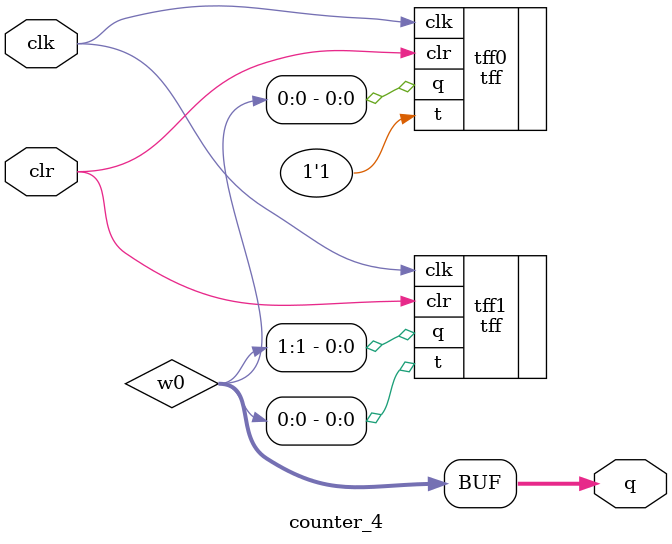
<source format=v>
module counter_4 (q, clk, clr);
   
   input clk, clr;
   output[1:0] q;

   wire [1:0] w0;

   tff tff0(.q(w0[0]), .clk(clk), .clr(clr), .t(1'b1));
   tff tff1(.q(w0[1]), .clk(clk), .clr(clr), .t(w0[0]));

   assign q[1:0] = w0[1:0];
   
endmodule
</source>
